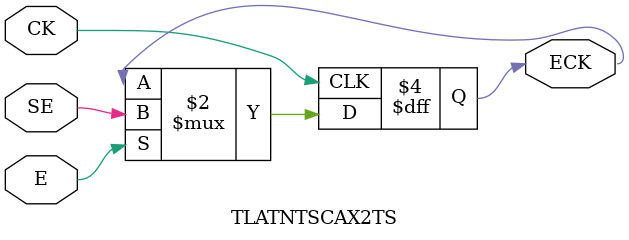
<source format=v>
module SNPS_CLOCK_GATE_HIGH_RegisterAdd_W17 ( CLK, EN, ENCLK, TE );
  input CLK, EN, TE;
  output ENCLK;

  TLATNTSCAX2TS latch ( .E(EN), .SE(TE), .CK(CLK), .ECK(ENCLK) );
  
endmodule

module TLATNTSCAX2TS ( E, SE, CK, ECK );
  input E, SE, CK;
  output reg ECK;

  always @ (posedge CK)
    if (E) ECK <= SE;

endmodule
</source>
